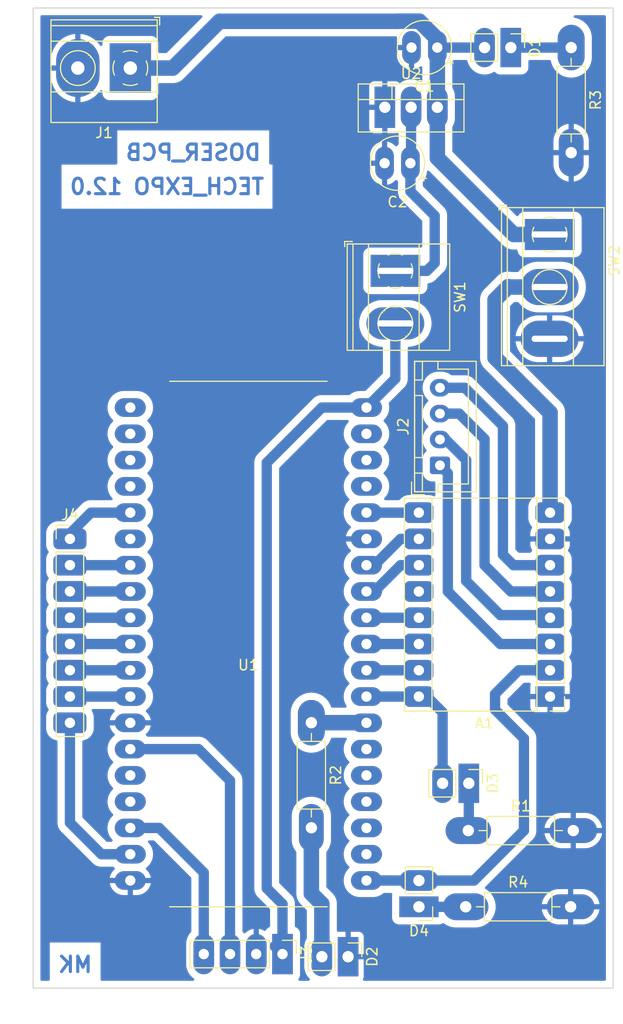
<source format=kicad_pcb>
(kicad_pcb (version 20211014) (generator pcbnew)
  (layers (0 "F.Cu" signal) (31 "B.Cu" signal) (34 "B.Paste" user) (35 "F.Paste" user) (36 "B.SilkS" user "B.Silkscreen") (37 "F.SilkS" user "F.Silkscreen") (38 "B.Mask" user) (39 "F.Mask" user) (44 "Edge.Cuts" user))
  (net 0 "")
  (net 1 "GND")
  (net 2 "+3V3")
  (net 3 "1B")
  (net 4 "1A")
  (net 5 "2A")
  (net 6 "2B")
  (net 7 "+12VA")
  (net 8 "ENABLE")
  (net 9 "MS1")
  (net 10 "MS2")
  (net 12 "RESET")
  (net 13 "SLEEP")
  (net 14 "STEP")
  (net 15 "DIR")
  (net 16 "+12V")
  (net 17 "+5VD")
  (net 18 "+5V")
  (net 19 "Net-(D1-Pad1)")
  (net 20 "STATUS_LED")
  (net 21 "Net-(D3-Pad1)")
  (net 22 "Net-(D4-Pad1)")
  (net 23 "SDA")
  (net 24 "SCL")
  (net 25 "R1")
  (net 26 "R2")
  (net 27 "R3")
  (net 28 "R4")
  (net 29 "C1")
  (net 30 "C2")
  (net 31 "C3")
  (net 32 "C4")
  (net 48 "Net-(R2-Pad2)")
  (footprint "UserLibrary:PinHeader_1x02_P2.54mm_Vertical" (layer "F.Cu") (at 148.59 119.634 -90)
    (fp_text reference "D3" (at 0 -2.33 90) (layer "F.SilkS"))
    (fp_text value "LED")
    (fp_line (start -1.33 0) (end -1.33 -1.33) (layer "F.SilkS") (width 0.12))
    (fp_line (start -1.33 1.27) (end -1.33 3.87) (layer "F.SilkS") (width 0.12))
    (fp_line (start -1.33 1.27) (end 1.33 1.27) (layer "F.SilkS") (width 0.12))
    (fp_line (start 1.33 1.27) (end 1.33 3.87) (layer "F.SilkS") (width 0.12))
    (fp_line (start -1.33 -1.33) (end 0 -1.33) (layer "F.SilkS") (width 0.12))
    (fp_line (start -1.33 3.87) (end 1.33 3.87) (layer "F.SilkS") (width 0.12))
    (pad "1" thru_hole rect (at 0 0 270) (size 3.8 2) (drill 1.1) (layers *.Cu *.Mask) (net 21 "Net-(D3-Pad1)"))
    (pad "2" thru_hole oval (at 0 2.54 270) (size 3.8 2) (drill 1.1) (layers *.Cu *.Mask) (net 15 "DIR"))
  )
  (footprint "UserLibrary:PinHeader_1x02_P2.54mm_Vertical" (layer "F.Cu") (at 136.906 136.398 -90)
    (fp_text reference "D2" (at 0 -2.33 90) (layer "F.SilkS"))
    (fp_text value "LED")
    (fp_line (start -1.33 -1.33) (end 0 -1.33) (layer "F.SilkS") (width 0.12))
    (fp_line (start -1.33 1.27) (end -1.33 3.87) (layer "F.SilkS") (width 0.12))
    (fp_line (start -1.33 0) (end -1.33 -1.33) (layer "F.SilkS") (width 0.12))
    (fp_line (start 1.33 1.27) (end 1.33 3.87) (layer "F.SilkS") (width 0.12))
    (fp_line (start -1.33 3.87) (end 1.33 3.87) (layer "F.SilkS") (width 0.12))
    (fp_line (start -1.33 1.27) (end 1.33 1.27) (layer "F.SilkS") (width 0.12))
    (pad "1" thru_hole rect (at 0 0 270) (size 3.8 2) (drill 1.1) (layers *.Cu *.Mask) (net 1 "GND"))
    (pad "2" thru_hole oval (at 0 2.54 270) (size 3.8 2) (drill 1.1) (layers *.Cu *.Mask) (net 48 "Net-(R2-Pad2)"))
  )
  (footprint "UserLibrary:R_Axial_DIN0207_L6.3mm_D2.5mm_P10.16mm_Horizontal" (layer "F.Cu") (at 133.35 113.776 -90)
    (fp_text reference "R2" (at 5.08 -2.37 90) (layer "F.SilkS"))
    (fp_text value "330")
    (fp_line (start 1.81 1.37) (end 8.35 1.37) (layer "F.SilkS") (width 0.12))
    (fp_line (start 8.35 -1.37) (end 1.81 -1.37) (layer "F.SilkS") (width 0.12))
    (fp_line (start 8.35 1.37) (end 8.35 -1.37) (layer "F.SilkS") (width 0.12))
    (fp_line (start 9.12 0) (end 8.35 0) (layer "F.SilkS") (width 0.12))
    (fp_line (start 1.81 -1.37) (end 1.81 1.37) (layer "F.SilkS") (width 0.12))
    (fp_line (start 1.04 0) (end 1.81 0) (layer "F.SilkS") (width 0.12))
    (pad "1" thru_hole oval (at 0 0 270) (size 4.4 2.6) (drill 1.1) (layers *.Cu *.Mask) (net 20 "STATUS_LED"))
    (pad "2" thru_hole oval (at 10.16 0 270) (size 4.6 2.4) (drill 1.1) (layers *.Cu *.Mask) (net 48 "Net-(R2-Pad2)"))
  )
  (footprint "UserLibrary:PinHeader_1x02_P2.54mm_Vertical" (layer "F.Cu") (at 152.654 48.514 -90)
    (fp_text reference "D1" (at 0 -2.33 90) (layer "F.SilkS"))
    (fp_text value "LED")
    (fp_line (start -1.33 1.27) (end -1.33 3.87) (layer "F.SilkS") (width 0.12))
    (fp_line (start -1.33 -1.33) (end 0 -1.33) (layer "F.SilkS") (width 0.12))
    (fp_line (start -1.33 0) (end -1.33 -1.33) (layer "F.SilkS") (width 0.12))
    (fp_line (start -1.33 1.27) (end 1.33 1.27) (layer "F.SilkS") (width 0.12))
    (fp_line (start 1.33 1.27) (end 1.33 3.87) (layer "F.SilkS") (width 0.12))
    (fp_line (start -1.33 3.87) (end 1.33 3.87) (layer "F.SilkS") (width 0.12))
    (pad "1" thru_hole rect (at 0 0 270) (size 3.8 2) (drill 1.1) (layers *.Cu *.Mask) (net 19 "Net-(D1-Pad1)"))
    (pad "2" thru_hole oval (at 0 2.54 270) (size 3.8 2) (drill 1.1) (layers *.Cu *.Mask) (net 16 "+12V"))
  )
  (footprint "UserLibrary:KCD1-1 switch" (layer "F.Cu") (at 156.413 66.583 -90)
    (fp_text reference "SW2" (at 2.54 -6.26 90) (layer "F.SilkS"))
    (fp_text value "SW_SPDT")
    (fp_line (start 4.046 1.239) (end 4.011 1.274) (layer "F.SilkS") (width 0.12))
    (fp_line (start -2.6 4.1) (end 12.6 4.1) (layer "F.SilkS") (width 0.12))
    (fp_line (start -2.6 4.66) (end 12.68 4.66) (layer "F.SilkS") (width 0.12))
    (fp_line (start 6.355 -1.069) (end 6.308 -1.023) (layer "F.SilkS") (width 0.12))
    (fp_line (start 3.853 1.023) (end 3.806 1.069) (layer "F.SilkS") (width 0.12))
    (fp_line (start -2.6 2.6) (end 12.6 2.6) (layer "F.SilkS") (width 0.12))
    (fp_line (start -2.6 -2.301) (end 12.6 -2.3) (layer "F.SilkS") (width 0.12))
    (fp_line (start -2.6 -5.261) (end 12.68 -5.261) (layer "F.SilkS") (width 0.12))
    (fp_line (start -2.84 4.9) (end -2.34 4.9) (layer "F.SilkS") (width 0.12))
    (fp_line (start -2.6 -5.261) (end -2.6 4.66) (layer "F.SilkS") (width 0.12))
    (fp_line (start 6.15 -1.275) (end 6.115 -1.239) (layer "F.SilkS") (width 0.12))
    (fp_line (start -2.84 4.16) (end -2.84 4.9) (layer "F.SilkS") (width 0.12))
    (fp_line (start 12.68 -5.261) (end 12.68 4.66) (layer "F.SilkS") (width 0.12))
    (fp_arc (start 1.535427 -0.683042) (mid 1.680501 0.000524) (end 1.535 0.684) (layer "F.SilkS") (width 0.12))
    (fp_arc (start -1.535427 0.683042) (mid -1.680501 -0.000524) (end -1.535 -0.684) (layer "F.SilkS") (width 0.12))
    (fp_arc (start 0.683318 1.534756) (mid 0.349292 1.643288) (end 0 1.68) (layer "F.SilkS") (width 0.12))
    (fp_arc (start 0.028805 1.680253) (mid -0.335551 1.646659) (end -0.684 1.535) (layer "F.SilkS") (width 0.12))
    (fp_arc (start -0.683042 -1.535427) (mid 0.000524 -1.680501) (end 0.684 -1.535) (layer "F.SilkS") (width 0.12))
    (fp_circle (center 5.08 0) (end 6.76 0) (layer "F.SilkS") (width 0.12) (fill none))
    (pad "1" thru_hole rect (at 0 0 270) (size 3 4.8) (drill oval 0.6 3.5) (layers *.Cu *.Mask) (net 16 "+12V"))
    (pad "2" thru_hole oval (at 5.08 0 270) (size 3.5 5.6) (drill oval 0.6 3.5) (layers *.Cu *.Mask) (net 7 "+12VA"))
    (pad "3" thru_hole oval (at 10.08 0 270) (size 3.5 5.6) (drill oval 0.6 3.5) (layers *.Cu *.Mask) (net 1 "GND"))
  )
  (footprint "UserLibrary:R_Axial_DIN0207_L6.3mm_D2.5mm_P10.16mm_Horizontal" (layer "F.Cu") (at 148.54 124.206)
    (fp_text reference "R1" (at 5.08 -2.37) (layer "F.SilkS"))
    (fp_text value "330")
    (fp_line (start 8.35 -1.37) (end 1.81 -1.37) (layer "F.SilkS") (width 0.12))
    (fp_line (start 1.81 1.37) (end 8.35 1.37) (layer "F.SilkS") (width 0.12))
    (fp_line (start 9.12 0) (end 8.35 0) (layer "F.SilkS") (width 0.12))
    (fp_line (start 8.35 1.37) (end 8.35 -1.37) (layer "F.SilkS") (width 0.12))
    (fp_line (start 1.04 0) (end 1.81 0) (layer "F.SilkS") (width 0.12))
    (fp_line (start 1.81 -1.37) (end 1.81 1.37) (layer "F.SilkS") (width 0.12))
    (pad "1" thru_hole oval (at 0 0) (size 4.4 2.6) (drill 1.1) (layers *.Cu *.Mask) (net 21 "Net-(D3-Pad1)"))
    (pad "2" thru_hole oval (at 10.16 0) (size 4.6 2.4) (drill 1.1) (layers *.Cu *.Mask) (net 1 "GND"))
  )
  (footprint "UserLibrary:Stepper driver" (layer "F.Cu") (at 156.454 111.252 180)
    (fp_text reference "A1" (at 6.35 -2.54) (layer "F.SilkS"))
    (fp_text value "TMC2208_stepper")
    (fp_line (start 1.27 -1.4) (end 1.27 1.27) (layer "F.SilkS") (width 0.12))
    (fp_line (start 0 -1.4) (end -1.4 -1.4) (layer "F.SilkS") (width 0.12))
    (fp_line (start 14.1 19.18) (end 14.1 -1.4) (layer "F.SilkS") (width 0.12))
    (fp_line (start 14.1 -1.4) (end 1.27 -1.4) (layer "F.SilkS") (width 0.12))
    (fp_line (start -1.4 19.18) (end 14.1 19.18) (layer "F.SilkS") (width 0.12))
    (fp_line (start 1.27 1.27) (end 1.27 19.18) (layer "F.SilkS") (width 0.12))
    (fp_line (start -1.4 -1.4) (end -1.4 0) (layer "F.SilkS") (width 0.12))
    (fp_line (start 1.27 1.27) (end -1.4 1.27) (layer "F.SilkS") (width 0.12))
    (fp_line (start -1.4 1.27) (end -1.4 19.18) (layer "F.SilkS") (width 0.12))
    (fp_line (start 11.43 -1.4) (end 11.43 19.18) (layer "F.SilkS") (width 0.12))
    (pad "1" thru_hole rect (at 0 0 180) (size 2.8 2) (drill 1) (layers *.Cu *.Mask) (net 1 "GND"))
    (pad "2" thru_hole roundrect (at 0 2.54 180) (size 2.8 2) (drill 1) (layers *.Cu *.Mask) (net 2 "+3V3"))
    (pad "3" thru_hole roundrect (at 0 5.08 180) (size 2.8 2) (drill 1) (layers *.Cu *.Mask) (net 3 "1B"))
    (pad "4" thru_hole roundrect (at 0 7.62 180) (size 2.8 2) (drill 1) (layers *.Cu *.Mask) (net 4 "1A"))
    (pad "5" thru_hole roundrect (at 0 10.16 180) (size 2.8 2) (drill 1) (layers *.Cu *.Mask) (net 5 "2A"))
    (pad "6" thru_hole roundrect (at 0 12.7 180) (size 2.8 2) (drill 1) (layers *.Cu *.Mask) (net 6 "2B"))
    (pad "7" thru_hole roundrect (at 0 15.24 180) (size 2.8 2) (drill 1) (layers *.Cu *.Mask) (net 1 "GND"))
    (pad "8" thru_hole roundrect (at 0 17.78 180) (size 2.8 2) (drill 1) (layers *.Cu *.Mask) (net 7 "+12VA"))
    (pad "9" thru_hole roundrect (at 12.7 17.78 180) (size 2.8 2) (drill 1) (layers *.Cu *.Mask) (net 8 "ENABLE"))
    (pad "10" thru_hole roundrect (at 12.7 15.24 180) (size 2.8 2) (drill 1) (layers *.Cu *.Mask) (net 9 "MS1"))
    (pad "11" thru_hole roundrect (at 12.7 12.7 180) (size 2.8 2) (drill 1) (layers *.Cu *.Mask) (net 10 "MS2"))
    (pad "12" thru_hole roundrect (at 12.7 10.16 180) (size 2.8 2) (drill 1) (layers *.Cu *.Mask))
    (pad "13" thru_hole roundrect (at 12.7 7.62 180) (size 2.8 2) (drill 1) (layers *.Cu *.Mask) (net 12 "RESET"))
    (pad "14" thru_hole roundrect (at 12.7 5.08 180) (size 2.8 2) (drill 1) (layers *.Cu *.Mask) (net 13 "SLEEP"))
    (pad "15" thru_hole roundrect (at 12.7 2.54 180) (size 2.8 2) (drill 1) (layers *.Cu *.Mask) (net 14 "STEP"))
    (pad "16" thru_hole roundrect (at 12.7 0 180) (size 2.8 2) (drill 1) (layers *.Cu *.Mask) (net 15 "DIR"))
  )
  (footprint "UserLibrary:CP_Radial_D5.0mm_P2.50mm" (layer "F.Cu") (at 145.542 48.514 180)
    (fp_text reference "C1" (at 1.25 -3.75) (layer "F.SilkS"))
    (fp_text value "10uF")
    (fp_line (start -1.304775 -1.725) (end -1.304775 -1.225) (layer "F.SilkS") (width 0.12))
    (fp_line (start -1.554775 -1.475) (end -1.054775 -1.475) (layer "F.SilkS") (width 0.12))
    (fp_circle (center 1.25 0) (end 3.87 0) (layer "F.SilkS") (width 0.12) (fill none))
    (pad "1" thru_hole oval (at 0 0 180) (size 1.8 3.2) (drill 1) (layers *.Cu *.Mask) (net 16 "+12V"))
    (pad "2" thru_hole oval (at 2.5 0 180) (size 1.8 3.2) (drill 1) (layers *.Cu *.Mask) (net 1 "GND"))
  )
  (footprint "UserLibrary:CP_Radial_D5.0mm_P2.50mm" (layer "F.Cu") (at 142.937113 59.69 180)
    (fp_text reference "C2" (at 1.25 -3.75) (layer "F.SilkS"))
    (fp_text value "10uF")
    (fp_line (start -1.304775 -1.725) (end -1.304775 -1.225) (layer "F.SilkS") (width 0.12))
    (fp_line (start -1.554775 -1.475) (end -1.054775 -1.475) (layer "F.SilkS") (width 0.12))
    (fp_circle (center 1.25 0) (end 3.87 0) (layer "F.SilkS") (width 0.12) (fill none))
    (pad "1" thru_hole oval (at 0 0 180) (size 1.8 3.2) (drill 1) (layers *.Cu *.Mask) (net 17 "+5VD"))
    (pad "2" thru_hole oval (at 2.5 0 180) (size 1.8 3.2) (drill 1) (layers *.Cu *.Mask) (net 1 "GND"))
  )
  (footprint "UserLibrary:R_Axial_DIN0207_L6.3mm_D2.5mm_P10.16mm_Horizontal" (layer "F.Cu") (at 158.496 48.514 -90)
    (fp_text reference "R3" (at 5.08 -2.37 90) (layer "F.SilkS"))
    (fp_text value "330")
    (fp_line (start 1.81 1.37) (end 8.35 1.37) (layer "F.SilkS") (width 0.12))
    (fp_line (start 8.35 -1.37) (end 1.81 -1.37) (layer "F.SilkS") (width 0.12))
    (fp_line (start 1.81 -1.37) (end 1.81 1.37) (layer "F.SilkS") (width 0.12))
    (fp_line (start 1.04 0) (end 1.81 0) (layer "F.SilkS") (width 0.12))
    (fp_line (start 9.12 0) (end 8.35 0) (layer "F.SilkS") (width 0.12))
    (fp_line (start 8.35 1.37) (end 8.35 -1.37) (layer "F.SilkS") (width 0.12))
    (pad "1" thru_hole oval (at 0 0 270) (size 4.4 2.6) (drill 1.1) (layers *.Cu *.Mask) (net 19 "Net-(D1-Pad1)"))
    (pad "2" thru_hole oval (at 10.16 0 270) (size 4.6 2.4) (drill 1.1) (layers *.Cu *.Mask) (net 1 "GND"))
  )
  (footprint "Connector_JST:JST_XH_B4B-XH-A_1x04_P2.50mm_Vertical" (layer "F.Cu") (at 145.796 88.9 90)
    (fp_text reference "J2" (at 3.75 -3.55 90) (layer "F.SilkS"))
    (fp_text value "Conn_01x04_Male")
    (fp_line (start -1.6 -2.75) (end -2.85 -2.75) (layer "F.SilkS") (width 0.12))
    (fp_line (start 10.06 -2.46) (end -2.56 -2.46) (layer "F.SilkS") (width 0.12))
    (fp_line (start -2.55 -1.7) (end -0.75 -1.7) (layer "F.SilkS") (width 0.12))
    (fp_line (start 9.3 -0.2) (end 9.3 2.75) (layer "F.SilkS") (width 0.12))
    (fp_line (start 0.75 -2.45) (end 0.75 -1.7) (layer "F.SilkS") (width 0.12))
    (fp_line (start 6.75 -1.7) (end 6.75 -2.45) (layer "F.SilkS") (width 0.12))
    (fp_line (start -2.55 -0.2) (end -1.8 -0.2) (layer "F.SilkS") (width 0.12))
    (fp_line (start -1.8 2.75) (end 3.75 2.75) (layer "F.SilkS") (width 0.12))
    (fp_line (start -2.85 -2.75) (end -2.85 -1.5) (layer "F.SilkS") (width 0.12))
    (fp_line (start 8.25 -1.7) (end 10.05 -1.7) (layer "F.SilkS") (width 0.12))
    (fp_line (start -2.55 -2.45) (end -2.55 -1.7) (layer "F.SilkS") (width 0.12))
    (fp_line (start -2.56 -2.46) (end -2.56 3.51) (layer "F.SilkS") (width 0.12))
    (fp_line (start -2.56 3.51) (end 10.06 3.51) (layer "F.SilkS") (width 0.12))
    (fp_line (start 9.3 2.75) (end 3.75 2.75) (layer "F.SilkS") (width 0.12))
    (fp_line (start -0.75 -1.7) (end -0.75 -2.45) (layer "F.SilkS") (width 0.12))
    (fp_line (start 10.05 -1.7) (end 10.05 -2.45) (layer "F.SilkS") (width 0.12))
    (fp_line (start -1.8 -0.2) (end -1.8 2.75) (layer "F.SilkS") (width 0.12))
    (fp_line (start 0.75 -1.7) (end 6.75 -1.7) (layer "F.SilkS") (width 0.12))
    (fp_line (start 10.06 3.51) (end 10.06 -2.46) (layer "F.SilkS") (width 0.12))
    (fp_line (start -0.75 -2.45) (end -2.55 -2.45) (layer "F.SilkS") (width 0.12))
    (fp_line (start 10.05 -2.45) (end 8.25 -2.45) (layer "F.SilkS") (width 0.12))
    (fp_line (start 8.25 -2.45) (end 8.25 -1.7) (layer "F.SilkS") (width 0.12))
    (fp_line (start 10.05 -0.2) (end 9.3 -0.2) (layer "F.SilkS") (width 0.12))
    (fp_line (start 6.75 -2.45) (end 0.75 -2.45) (layer "F.SilkS") (width 0.12))
    (pad "1" thru_hole roundrect (at 0 0 90) (size 1.7 1.95) (drill 0.95) (layers *.Cu *.Mask) (roundrect_rratio 0.147059) (net 3 "1B"))
    (pad "2" thru_hole oval (at 2.5 0 90) (size 1.7 1.95) (drill 0.95) (layers *.Cu *.Mask) (net 4 "1A"))
    (pad "3" thru_hole oval (at 5 0 90) (size 1.7 1.95) (drill 0.95) (layers *.Cu *.Mask) (net 5 "2A"))
    (pad "4" thru_hole oval (at 7.5 0 90) (size 1.7 1.95) (drill 0.95) (layers *.Cu *.Mask) (net 6 "2B"))
  )
  (footprint "UserLibrary:R_Axial_DIN0207_L6.3mm_D2.5mm_P10.16mm_Horizontal" (layer "F.Cu") (at 148.286 131.572)
    (fp_text reference "R4" (at 5.08 -2.37) (layer "F.SilkS"))
    (fp_text value "330")
    (fp_line (start 8.35 -1.37) (end 1.81 -1.37) (layer "F.SilkS") (width 0.12))
    (fp_line (start 1.81 -1.37) (end 1.81 1.37) (layer "F.SilkS") (width 0.12))
    (fp_line (start 9.12 0) (end 8.35 0) (layer "F.SilkS") (width 0.12))
    (fp_line (start 1.81 1.37) (end 8.35 1.37) (layer "F.SilkS") (width 0.12))
    (fp_line (start 8.35 1.37) (end 8.35 -1.37) (layer "F.SilkS") (width 0.12))
    (fp_line (start 1.04 0) (end 1.81 0) (layer "F.SilkS") (width 0.12))
    (pad "1" thru_hole oval (at 0 0) (size 4.4 2.6) (drill 1.1) (layers *.Cu *.Mask) (net 22 "Net-(D4-Pad1)"))
    (pad "2" thru_hole oval (at 10.16 0) (size 4.6 2.4) (drill 1.1) (layers *.Cu *.Mask) (net 1 "GND"))
  )
  (footprint "UserLibrary:PinHeader_1x04_P2.54mm_Vertical" (layer "F.Cu") (at 130.556 136.144 -90)
    (fp_text reference "J3" (at 0 -2.33 90) (layer "F.SilkS"))
    (fp_text value "Conn_01x04_Male")
    (fp_line (start -1.33 -1.33) (end 0 -1.33) (layer "F.SilkS") (width 0.12))
    (fp_line (start -1.33 1.27) (end -1.33 8.95) (layer "F.SilkS") (width 0.12))
    (fp_line (start -1.33 8.95) (end 1.33 8.95) (layer "F.SilkS") (width 0.12))
    (fp_line (start 1.33 1.27) (end 1.33 8.95) (layer "F.SilkS") (width 0.12))
    (fp_line (start -1.33 0) (end -1.33 -1.33) (layer "F.SilkS") (width 0.12))
    (fp_line (start -1.33 1.27) (end 1.33 1.27) (layer "F.SilkS") (width 0.12))
    (pad "1" thru_hole rect (at 0 0 270) (size 3.9 2) (drill 1) (layers *.Cu *.Mask) (net 18 "+5V"))
    (pad "2" thru_hole oval (at 0 2.54 270) (size 3.9 2) (drill 1) (layers *.Cu *.Mask) (net 1 "GND"))
    (pad "3" thru_hole oval (at 0 5.08 270) (size 3.9 2) (drill 1) (layers *.Cu *.Mask) (net 23 "SDA"))
    (pad "4" thru_hole oval (at 0 7.62 270) (size 3.9 2) (drill 1) (layers *.Cu *.Mask) (net 24 "SCL"))
  )
  (footprint "UserLibrary:ESP32-S" (layer "F.Cu") (at 127.254 106.172)
    (fp_text reference "U1" (at 0 2.04 unlocked) (layer "F.SilkS"))
    (fp_text value "ESP32-S")
    (fp_line (start -7.62 -25.4) (end 7.62 -25.4) (layer "F.SilkS") (width 0.12))
    (fp_line (start -7.62 25.4) (end 7.62 25.4) (layer "F.SilkS") (width 0.12))
    (pad "1" thru_hole oval (at -11.43 -22.86) (size 3 1.8) (drill 1) (layers *.Cu *.Mask))
    (pad "2" thru_hole oval (at -11.43 -20.32) (size 3 1.8) (drill 1) (layers *.Cu *.Mask))
    (pad "3" thru_hole oval (at -11.43 -17.78) (size 3 1.8) (drill 1) (layers *.Cu *.Mask))
    (pad "4" thru_hole oval (at -11.43 -15.24) (size 3 1.8) (drill 1) (layers *.Cu *.Mask))
    (pad "5" thru_hole oval (at -11.43 -12.7) (size 3 1.8) (drill 1) (layers *.Cu *.Mask) (net 25 "R1"))
    (pad "6" thru_hole oval (at -11.43 -10.16) (size 3 1.8) (drill 1) (layers *.Cu *.Mask))
    (pad "7" thru_hole oval (at -11.43 -7.62) (size 3 1.8) (drill 1) (layers *.Cu *.Mask) (net 26 "R2"))
    (pad "8" thru_hole oval (at -11.43 -5.08) (size 3 1.8) (drill 1) (layers *.Cu *.Mask) (net 27 "R3"))
    (pad "9" thru_hole oval (at -11.43 -2.54) (size 3 1.8) (drill 1) (layers *.Cu *.Mask) (net 28 "R4"))
    (pad "10" thru_hole oval (at -11.43 0) (size 3 1.8) (drill 1) (layers *.Cu *.Mask) (net 29 "C1"))
    (pad "11" thru_hole oval (at -11.43 2.54) (size 3 1.8) (drill 1) (layers *.Cu *.Mask) (net 30 "C2"))
    (pad "12" thru_hole oval (at -11.43 5.08) (size 3 1.8) (drill 1) (layers *.Cu *.Mask) (net 31 "C3"))
    (pad "13" thru_hole oval (at -11.43 7.62) (size 3 1.8) (drill 1) (layers *.Cu *.Mask) (net 1 "GND"))
    (pad "14" thru_hole oval (at -11.43 10.16) (size 3 1.8) (drill 1) (layers *.Cu *.Mask) (net 23 "SDA"))
    (pad "15" thru_hole oval (at -11.43 12.7) (size 3 1.8) (drill 1) (layers *.Cu *.Mask))
    (pad "16" thru_hole oval (at -11.43 15.24) (size 3 1.8) (drill 1) (layers *.Cu *.Mask))
    (pad "17" thru_hole oval (at -11.43 17.78) (size 3 1.8) (drill 1) (layers *.Cu *.Mask) (net 24 "SCL"))
    (pad "18" thru_hole oval (at -11.43 20.32) (size 3 1.8) (drill 1) (layers *.Cu *.Mask) (net 32 "C4"))
    (pad "19" thru_hole oval (at -11.43 22.86) (size 3 1.8) (drill 1) (layers *.Cu *.Mask) (net 1 "GND"))
    (pad "20" thru_hole oval (at 11.43 22.86) (size 3 1.8) (drill 1) (layers *.Cu *.Mask) (net 2 "+3V3"))
    (pad "21" thru_hole oval (at 11.43 20.32) (size 3 1.8) (drill 1) (layers *.Cu *.Mask))
    (pad "22" thru_hole oval (at 11.43 17.78) (size 3 1.8) (drill 1) (layers *.Cu *.Mask))
    (pad "23" thru_hole oval (at 11.43 15.24) (size 3 1.8) (drill 1) (layers *.Cu *.Mask))
    (pad "24" thru_hole oval (at 11.43 12.7) (size 3 1.8) (drill 1) (layers *.Cu *.Mask))
    (pad "25" thru_hole oval (at 11.43 10.16) (size 3 1.8) (drill 1) (layers *.Cu *.Mask))
    (pad "26" thru_hole oval (at 11.43 7.62) (size 3 1.8) (drill 1) (layers *.Cu *.Mask) (net 20 "STATUS_LED"))
    (pad "27" thru_hole oval (at 11.43 5.08) (size 3 1.8) (drill 1) (layers *.Cu *.Mask) (net 15 "DIR"))
    (pad "28" thru_hole oval (at 11.43 2.54) (size 3 1.8) (drill 1) (layers *.Cu *.Mask) (net 14 "STEP"))
    (pad "29" thru_hole oval (at 11.43 0) (size 3 1.8) (drill 1) (layers *.Cu *.Mask) (net 13 "SLEEP"))
    (pad "30" thru_hole oval (at 11.43 -2.54) (size 3 1.8) (drill 1) (layers *.Cu *.Mask) (net 12 "RESET"))
    (pad "31" thru_hole oval (at 11.43 -5.08) (size 3 1.8) (drill 1) (layers *.Cu *.Mask) (net 10 "MS2"))
    (pad "32" thru_hole oval (at 11.43 -7.62) (size 3 1.8) (drill 1) (layers *.Cu *.Mask) (net 9 "MS1"))
    (pad "33" thru_hole oval (at 11.43 -10.16) (size 3 1.8) (drill 1) (layers *.Cu *.Mask) (net 1 "GND"))
    (pad "34" thru_hole oval (at 11.43 -12.7) (size 3 1.8) (drill 1) (layers *.Cu *.Mask) (net 8 "ENABLE"))
    (pad "35" thru_hole oval (at 11.43 -15.24) (size 3 1.8) (drill 1) (layers *.Cu *.Mask))
    (pad "36" thru_hole oval (at 11.43 -17.78) (size 3 1.8) (drill 1) (layers *.Cu *.Mask))
    (pad "37" thru_hole oval (at 11.43 -20.32) (size 3 1.8) (drill 1) (layers *.Cu *.Mask))
    (pad "38" thru_hole oval (at 11.43 -22.86) (size 3 1.8) (drill 1) (layers *.Cu *.Mask) (net 18 "+5V"))
  )
  (footprint "UserLibrary:PinHeader_1x08_P2.54mm_Vertical" (layer "F.Cu") (at 109.982 96.007)
    (fp_text reference "J4" (at 0 -2.33) (layer "F.SilkS"))
    (fp_text value "Conn_01x08_Male")
    (fp_line (start 1.33 1.27) (end 1.33 19.11) (layer "F.SilkS") (width 0.12))
    (fp_line (start -1.33 0) (end -1.33 -1.33) (layer "F.SilkS") (width 0.12))
    (fp_line (start -1.33 19.11) (end 1.33 19.11) (layer "F.SilkS") (width 0.12))
    (fp_line (start -1.33 1.27) (end 1.33 1.27) (layer "F.SilkS") (width 0.12))
    (fp_line (start -1.33 -1.33) (end 0 -1.33) (layer "F.SilkS") (width 0.12))
    (fp_line (start -1.33 1.27) (end -1.33 19.11) (layer "F.SilkS") (width 0.12))
    (pad "1" thru_hole roundrect (at 0 0) (size 3.2 2) (drill 1) (layers *.Cu *.Mask) (net 25 "R1"))
    (pad "2" thru_hole roundrect (at 0 2.54) (size 3.2 2) (drill 1) (layers *.Cu *.Mask) (net 26 "R2"))
    (pad "3" thru_hole roundrect (at 0 5.08) (size 3.2 2) (drill 1) (layers *.Cu *.Mask) (net 27 "R3"))
    (pad "4" thru_hole roundrect (at 0 7.62) (size 3.2 2) (drill 1) (layers *.Cu *.Mask) (net 28 "R4"))
    (pad "5" thru_hole roundrect (at 0 10.16) (size 3.2 2) (drill 1) (layers *.Cu *.Mask) (net 29 "C1"))
    (pad "6" thru_hole roundrect (at 0 12.7) (size 3.2 2) (drill 1) (layers *.Cu *.Mask) (net 30 "C2"))
    (pad "7" thru_hole roundrect (at 0 15.24) (size 3.2 2) (drill 1) (layers *.Cu *.Mask) (net 31 "C3"))
    (pad "8" thru_hole roundrect (at 0 17.78) (size 3.2 2) (drill 1) (layers *.Cu *.Mask) (net 32 "C4"))
  )
  (footprint "UserLibrary:KCD1 switch" (layer "F.Cu") (at 141.478 70.099 -90)
    (fp_text reference "SW1" (at 2.54 -6.26 90) (layer "F.SilkS"))
    (fp_text value "SW_SPST")
    (fp_line (start -2.6 -5.261) (end -2.6 4.66) (layer "F.SilkS") (width 0.12))
    (fp_line (start 4.046 1.239) (end 4.011 1.274) (layer "F.SilkS") (width 0.12))
    (fp_line (start -2.84 4.9) (end -2.34 4.9) (layer "F.SilkS") (width 0.12))
    (fp_line (start 7.68 -5.261) (end 7.68 4.66) (layer "F.SilkS") (width 0.12))
    (fp_line (start -2.84 4.16) (end -2.84 4.9) (layer "F.SilkS") (width 0.12))
    (fp_line (start -2.6 -2.301) (end 7.68 -2.301) (layer "F.SilkS") (width 0.12))
    (fp_line (start -2.6 4.66) (end 7.68 4.66) (layer "F.SilkS") (width 0.12))
    (fp_line (start 3.853 1.023) (end 3.806 1.069) (layer "F.SilkS") (width 0.12))
    (fp_line (start -2.6 2.6) (end 7.68 2.6) (layer "F.SilkS") (width 0.12))
    (fp_line (start 6.15 -1.275) (end 6.115 -1.239) (layer "F.SilkS") (width 0.12))
    (fp_line (start 6.355 -1.069) (end 6.308 -1.023) (layer "F.SilkS") (width 0.12))
    (fp_line (start -2.6 -5.261) (end 7.68 -5.261) (layer "F.SilkS") (width 0.12))
    (fp_line (start -2.6 4.1) (end 7.68 4.1) (layer "F.SilkS") (width 0.12))
    (fp_arc (start 1.535427 -0.683042) (mid 1.680501 0.000524) (end 1.535 0.684) (layer "F.SilkS") (width 0.12))
    (fp_arc (start -0.683042 -1.535427) (mid 0.000524 -1.680501) (end 0.684 -1.535) (layer "F.SilkS") (width 0.12))
    (fp_arc (start 0.683318 1.534756) (mid 0.349292 1.643288) (end 0 1.68) (layer "F.SilkS") (width 0.12))
    (fp_arc (start 0.028805 1.680253) (mid -0.335551 1.646659) (end -0.684 1.535) (layer "F.SilkS") (width 0.12))
    (fp_arc (start -1.535427 0.683042) (mid -1.680501 -0.000524) (end -1.535 -0.684) (layer "F.SilkS") (width 0.12))
    (fp_circle (center 5.08 0) (end 6.76 0) (layer "F.SilkS") (width 0.12) (fill none))
    (pad "1" thru_hole rect (at 0 0 270) (size 3.1 4.8) (drill oval 0.6 3.5) (layers *.Cu *.Mask) (net 17 "+5VD"))
    (pad "2" thru_hole oval (at 5.08 0 270) (size 3.1 5.6) (drill oval 0.6 3.5) (layers *.Cu *.Mask) (net 18 "+5V"))
  )
  (footprint "UserLibrary:TerminalBlock_Phoenix_MKDS-1,5-2-5.08_1x02_P5.08mm_Horizontal" (layer "F.Cu") (at 115.829 50.495 180)
    (fp_text reference "J1" (at 2.54 -6.26) (layer "F.SilkS"))
    (fp_text value "Screw_Terminal_01x02")
    (fp_line (start -2.84 4.16) (end -2.84 4.9) (layer "F.SilkS") (width 0.12))
    (fp_line (start 7.68 -5.261) (end 7.68 4.66) (layer "F.SilkS") (width 0.12))
    (fp_line (start -2.6 -5.261) (end 7.68 -5.261) (layer "F.SilkS") (width 0.12))
    (fp_line (start -2.6 4.1) (end 7.68 4.1) (layer "F.SilkS") (width 0.12))
    (fp_line (start 3.853 1.023) (end 3.806 1.069) (layer "F.SilkS") (width 0.12))
    (fp_line (start 4.046 1.239) (end 4.011 1.274) (layer "F.SilkS") (width 0.12))
    (fp_line (start 6.355 -1.069) (end 6.308 -1.023) (layer "F.SilkS") (width 0.12))
    (fp_line (start -2.6 -2.301) (end 7.68 -2.301) (layer "F.SilkS") (width 0.12))
    (fp_line (start -2.84 4.9) (end -2.34 4.9) (layer "F.SilkS") (width 0.12))
    (fp_line (start -2.6 -5.261) (end -2.6 4.66) (layer "F.SilkS") (width 0.12))
    (fp_line (start -2.6 2.6) (end 7.68 2.6) (layer "F.SilkS") (width 0.12))
    (fp_line (start 6.15 -1.275) (end 6.115 -1.239) (layer "F.SilkS") (width 0.12))
    (fp_line (start -2.6 4.66) (end 7.68 4.66) (layer "F.SilkS") (width 0.12))
    (fp_arc (start -1.535427 0.683042) (mid -1.680501 -0.000524) (end -1.535 -0.684) (layer "F.SilkS") (width 0.12))
    (fp_arc (start 0.683318 1.534756) (mid 0.349292 1.643288) (end 0 1.68) (layer "F.SilkS") (width 0.12))
    (fp_arc (start -0.683042 -1.535427) (mid 0.000524 -1.680501) (end 0.684 -1.535) (layer "F.SilkS") (width 0.12))
    (fp_arc (start 1.535427 -0.683042) (mid 1.680501 0.000524) (end 1.535 0.684) (layer "F.SilkS") (width 0.12))
    (fp_arc (start 0.028805 1.680253) (mid -0.335551 1.646659) (end -0.684 1.535) (layer "F.SilkS") (width 0.12))
    (fp_circle (center 5.08 0) (end 6.76 0) (layer "F.SilkS") (width 0.12) (fill none))
    (pad "1" thru_hole rect (at 0 0 180) (size 4 4.8) (drill 1.3) (layers *.Cu *.Mask) (net 16 "+12V"))
    (pad "2" thru_hole oval (at 5.08 0 180) (size 4.2 5.6) (drill 1.3) (layers *.Cu *.Mask) (net 1 "GND"))
  )
  (footprint "UserLibrary:TO-220-3_Vertical" (layer "F.Cu") (at 140.462 55.301)
    (fp_text reference "U2" (at 2.54 -4.27) (layer "F.SilkS"))
    (fp_text value "LM1084-5.0")
    (fp_line (start 4.391 -3.27) (end 4.391 -1.76) (layer "F.SilkS") (width 0.12))
    (fp_line (start -2.58 1.371) (end 7.66 1.371) (layer "F.SilkS") (width 0.12))
    (fp_line (start 0.69 -3.27) (end 0.69 -1.76) (layer "F.SilkS") (width 0.12))
    (fp_line (start -2.58 -3.27) (end -2.58 1.371) (layer "F.SilkS") (width 0.12))
    (fp_line (start 7.66 -3.27) (end 7.66 1.371) (layer "F.SilkS") (width 0.12))
    (fp_line (start -2.58 -3.27) (end 7.66 -3.27) (layer "F.SilkS") (width 0.12))
    (fp_line (start -2.58 -1.76) (end 7.66 -1.76) (layer "F.SilkS") (width 0.12))
    (pad "1" thru_hole rect (at 0 -1.016) (size 2 4) (drill 1.1) (layers *.Cu *.Mask) (net 1 "GND"))
    (pad "2" thru_hole oval (at 2.54 -1.016) (size 2 4) (drill 1.1) (layers *.Cu *.Mask) (net 17 "+5VD"))
    (pad "3" thru_hole oval (at 5.08 -1.016) (size 2 4) (drill 1.1) (layers *.Cu *.Mask) (net 16 "+12V"))
  )
  (footprint "UserLibrary:PinHeader_1x02_P2.54mm_Vertical" (layer "F.Cu") (at 143.764 131.577 180)
    (fp_text reference "D4" (at 0 -2.33) (layer "F.SilkS"))
    (fp_text value "LED")
    (fp_line (start 1.33 1.27) (end 1.33 3.87) (layer "F.SilkS") (width 0.12))
    (fp_line (start -1.33 3.87) (end 1.33 3.87) (layer "F.SilkS") (width 0.12))
    (fp_line (start -1.33 1.27) (end 1.33 1.27) (layer "F.SilkS") (width 0.12))
    (fp_line (start -1.33 0) (end -1.33 -1.33) (layer "F.SilkS") (width 0.12))
    (fp_line (start -1.33 -1.33) (end 0 -1.33) (layer "F.SilkS") (width 0.12))
    (fp_line (start -1.33 1.27) (end -1.33 3.87) (layer "F.SilkS") (width 0.12))
    (pad "1" thru_hole rect (at 0 0 180) (size 3.8 2) (drill 1.1) (layers *.Cu *.Mask) (net 22 "Net-(D4-Pad1)"))
    (pad "2" thru_hole oval (at 0 2.54 180) (size 3.8 2) (drill 1.1) (layers *.Cu *.Mask) (net 2 "+3V3"))
  )
  (gr_rect (start 106.426 44.688) (end 162.56 139.43) (layer "Edge.Cuts") (width 0.1) (fill none))
  (gr_text "TECH_EXPO 12.0" (at 119.38 61.96) (layer "B.Cu") (effects (font (size 1.5 1.5) (thickness 0.3)) (justify mirror)))
  (gr_text "DOSER_PCB" (at 121.92 58.658) (layer "B.Cu") (effects (font (size 1.5 1.5) (thickness 0.3)) (justify mirror)))
  (gr_text "MK" (at 110.49 137.16) (layer "B.Cu") (effects (font (size 1.5 1.5) (thickness 0.3)) (justify mirror)))
  (segment (start 143.764 129.037) (end 149.093 129.037) (width 1) (layer "B.Cu") (net 2))
  (segment (start 138.684 129.032) (end 143.759 129.032) (width 1) (layer "B.Cu") (net 2))
  (segment (start 151.13 112.522) (end 151.13 110.998) (width 1) (layer "B.Cu") (net 2))
  (segment (start 149.093 129.037) (end 153.924 124.206) (width 1) (layer "B.Cu") (net 2))
  (segment (start 151.13 110.998) (end 153.416 108.712) (width 1) (layer "B.Cu") (net 2))
  (segment (start 143.759 129.032) (end 143.764 129.037) (width 1) (layer "B.Cu") (net 2))
  (segment (start 153.924 115.316) (end 151.13 112.522) (width 1) (layer "B.Cu") (net 2))
  (segment (start 153.416 108.712) (end 156.454 108.712) (width 1) (layer "B.Cu") (net 2))
  (segment (start 153.924 124.206) (end 153.924 115.316) (width 1) (layer "B.Cu") (net 2))
  (segment (start 151.638 106.172) (end 156.454 106.172) (width 1) (layer "B.Cu") (net 3))
  (segment (start 145.796 88.9) (end 146.558 89.662) (width 1) (layer "B.Cu") (net 3))
  (segment (start 146.558 89.662) (end 146.558 101.092) (width 1) (layer "B.Cu") (net 3))
  (segment (start 146.558 101.092) (end 151.638 106.172) (width 1) (layer "B.Cu") (net 3))
  (segment (start 146.344 86.4) (end 148.336 88.392) (width 1) (layer "B.Cu") (net 4))
  (segment (start 156.2 103.378) (end 156.454 103.632) (width 1) (layer "B.Cu") (net 4))
  (segment (start 148.336 88.392) (end 148.336 100.076) (width 1) (layer "B.Cu") (net 4))
  (segment (start 145.796 86.4) (end 146.344 86.4) (width 1) (layer "B.Cu") (net 4))
  (segment (start 148.336 100.076) (end 151.638 103.378) (width 1) (layer "B.Cu") (net 4))
  (segment (start 151.638 103.378) (end 156.2 103.378) (width 1) (layer "B.Cu") (net 4))
  (segment (start 152.654 101.092) (end 156.454 101.092) (width 1) (layer "B.Cu") (net 5))
  (segment (start 150.114 86.36) (end 150.114 98.552) (width 1) (layer "B.Cu") (net 5))
  (segment (start 150.114 98.552) (end 152.654 101.092) (width 1) (layer "B.Cu") (net 5))
  (segment (start 145.796 83.9) (end 147.654 83.9) (width 1) (layer "B.Cu") (net 5))
  (segment (start 147.654 83.9) (end 150.114 86.36) (width 1) (layer "B.Cu") (net 5))
  (segment (start 148.202 81.4) (end 151.892 85.09) (width 1) (layer "B.Cu") (net 6))
  (segment (start 152.908 98.552) (end 156.454 98.552) (width 1) (layer "B.Cu") (net 6))
  (segment (start 151.892 97.536) (end 152.908 98.552) (width 1) (layer "B.Cu") (net 6))
  (segment (start 145.796 81.4) (end 148.202 81.4) (width 1) (layer "B.Cu") (net 6))
  (segment (start 151.892 85.09) (end 151.892 97.536) (width 1) (layer "B.Cu") (net 6))
  (segment (start 156.454 93.472) (end 156.454 83.81) (width 1.5) (layer "B.Cu") (net 7))
  (segment (start 152.435 71.663) (end 156.413 71.663) (width 1.5) (layer "B.Cu") (net 7))
  (segment (start 156.454 83.81) (end 151.13 78.486) (width 1.5) (layer "B.Cu") (net 7))
  (segment (start 151.13 72.898) (end 152.4 71.628) (width 1.5) (layer "B.Cu") (net 7))
  (segment (start 151.13 78.486) (end 151.13 72.898) (width 1.5) (layer "B.Cu") (net 7))
  (segment (start 152.4 71.628) (end 152.435 71.663) (width 1.5) (layer "B.Cu") (net 7))
  (segment (start 138.684 93.472) (end 143.754 93.472) (width 1) (layer "B.Cu") (net 8))
  (segment (start 141.986 96.012) (end 143.754 96.012) (width 1) (layer "B.Cu") (net 9))
  (segment (start 139.446 98.552) (end 141.986 96.012) (width 1) (layer "B.Cu") (net 9))
  (segment (start 138.684 98.552) (end 139.446 98.552) (width 1) (layer "B.Cu") (net 9))
  (segment (start 138.684 101.092) (end 139.446 101.092) (width 1) (layer "B.Cu") (net 10))
  (segment (start 141.986 98.552) (end 143.754 98.552) (width 1) (layer "B.Cu") (net 10))
  (segment (start 139.446 101.092) (end 141.986 98.552) (width 1) (layer "B.Cu") (net 10))
  (segment (start 138.684 103.632) (end 143.754 103.632) (width 1) (layer "B.Cu") (net 12))
  (segment (start 138.684 106.172) (end 143.754 106.172) (width 1) (layer "B.Cu") (net 13))
  (segment (start 138.684 108.712) (end 143.754 108.712) (width 1) (layer "B.Cu") (net 14))
  (segment (start 146.05 112.776) (end 146.05 119.634) (width 1) (layer "B.Cu") (net 15))
  (segment (start 144.526 111.252) (end 146.05 112.776) (width 1) (layer "B.Cu") (net 15))
  (segment (start 138.684 111.252) (end 143.754 111.252) (width 1) (layer "B.Cu") (net 15))
  (segment (start 143.754 111.252) (end 144.526 111.252) (width 1) (layer "B.Cu") (net 15))
  (segment (start 145.542 59.182) (end 152.943 66.583) (width 1.5) (layer "B.Cu") (net 16))
  (segment (start 150.114 48.514) (end 145.542 48.514) (width 1) (layer "B.Cu") (net 16))
  (segment (start 145.542 54.285) (end 145.542 48.514) (width 1.5) (layer "B.Cu") (net 16))
  (segment (start 141.742 45.964) (end 143.808295 45.964) (width 1.5) (layer "B.Cu") (net 16))
  (segment (start 143.808295 45.964) (end 145.542 47.697705) (width 1.5) (layer "B.Cu") (net 16))
  (segment (start 115.829 50.495) (end 119.939 50.495) (width 1.5) (layer "B.Cu") (net 16))
  (segment (start 119.939 50.495) (end 124.46 45.974) (width 1.5) (layer "B.Cu") (net 16))
  (segment (start 141.732 45.974) (end 141.742 45.964) (width 1.5) (layer "B.Cu") (net 16))
  (segment (start 124.46 45.974) (end 141.732 45.974) (width 1.5) (layer "B.Cu") (net 16))
  (segment (start 152.943 66.583) (end 156.413 66.583) (width 1.5) (layer "B.Cu") (net 16))
  (segment (start 145.542 47.697705) (end 145.542 48.514) (width 1.5) (layer "B.Cu") (net 16))
  (segment (start 145.542 54.285) (end 145.542 59.182) (width 1.5) (layer "B.Cu") (net 16))
  (segment (start 142.937113 62.419113) (end 145.288 64.77) (width 1) (layer "B.Cu") (net 17))
  (segment (start 143.002 59.625113) (end 142.937113 59.69) (width 1) (layer "B.Cu") (net 17))
  (segment (start 143.002 54.285) (end 143.002 59.625113) (width 1) (layer "B.Cu") (net 17))
  (segment (start 145.288 69.342) (end 144.531 70.099) (width 1) (layer "B.Cu") (net 17))
  (segment (start 142.937113 59.69) (end 142.937113 62.419113) (width 1) (layer "B.Cu") (net 17))
  (segment (start 144.531 70.099) (end 141.478 70.099) (width 1) (layer "B.Cu") (net 17))
  (segment (start 145.288 64.77) (end 145.288 69.342) (width 1) (layer "B.Cu") (net 17))
  (segment (start 134.366 83.312) (end 138.684 83.312) (width 1) (layer "B.Cu") (net 18))
  (segment (start 141.478 80.518) (end 141.478 75.179) (width 1) (layer "B.Cu") (net 18))
  (segment (start 130.556 131.302) (end 129.032 129.778) (width 1) (layer "B.Cu") (net 18))
  (segment (start 130.556 136.144) (end 130.556 131.302) (width 1) (layer "B.Cu") (net 18))
  (segment (start 138.684 83.312) (end 141.478 80.518) (width 1) (layer "B.Cu") (net 18))
  (segment (start 129.032 129.778) (end 129.032 88.646) (width 1) (layer "B.Cu") (net 18))
  (segment (start 129.032 88.646) (end 134.366 83.312) (width 1) (layer "B.Cu") (net 18))
  (segment (start 130.556 136.144) (end 129.794 135.382) (width 1) (layer "B.Cu") (net 18))
  (segment (start 152.654 48.514) (end 158.496 48.514) (width 1) (layer "B.Cu") (net 19))
  (segment (start 138.668 113.776) (end 138.684 113.792) (width 1.5) (layer "B.Cu") (net 20))
  (segment (start 133.35 113.776) (end 138.668 113.776) (width 1.5) (layer "B.Cu") (net 20))
  (segment (start 148.59 124.156) (end 148.54 124.206) (width 1) (layer "B.Cu") (net 21))
  (segment (start 148.59 119.634) (end 148.59 124.156) (width 1) (layer "B.Cu") (net 21))
  (segment (start 143.764 131.577) (end 148.281 131.577) (width 1) (layer "B.Cu") (net 22))
  (segment (start 148.281 131.577) (end 148.286 131.572) (width 1) (layer "B.Cu") (net 22))
  (segment (start 125.476 136.144) (end 125.476 119.38) (width 1) (layer "B.Cu") (net 23))
  (segment (start 125.476 119.38) (end 122.428 116.332) (width 1) (layer "B.Cu") (net 23))
  (segment (start 122.428 116.332) (end 115.824 116.332) (width 1) (layer "B.Cu") (net 23))
  (segment (start 115.824 123.952) (end 118.618 123.952) (width 1) (layer "B.Cu") (net 24))
  (segment (start 118.618 123.952) (end 122.936 128.27) (width 1) (layer "B.Cu") (net 24))
  (segment (start 122.936 128.27) (end 122.936 136.144) (width 1) (layer "B.Cu") (net 24))
  (segment (start 112.014 93.472) (end 115.824 93.472) (width 1) (layer "B.Cu") (net 25))
  (segment (start 109.982 95.504) (end 112.014 93.472) (width 1) (layer "B.Cu") (net 25))
  (segment (start 109.982 96.007) (end 109.982 95.504) (width 1) (layer "B.Cu") (net 25))
  (segment (start 115.824 98.552) (end 109.987 98.552) (width 1) (layer "B.Cu") (net 26))
  (segment (start 109.987 98.552) (end 109.982 98.547) (width 1) (layer "B.Cu") (net 26))
  (segment (start 115.819 101.087) (end 115.824 101.092) (width 1) (layer "B.Cu") (net 27))
  (segment (start 109.982 101.087) (end 115.819 101.087) (width 1) (layer "B.Cu") (net 27))
  (segment (start 109.987 103.632) (end 109.982 103.627) (width 1) (layer "B.Cu") (net 28))
  (segment (start 115.824 103.632) (end 109.987 103.632) (width 1) (layer "B.Cu") (net 28))
  (segment (start 115.824 106.172) (end 109.987 106.172) (width 1) (layer "B.Cu") (net 29))
  (segment (start 109.987 106.172) (end 109.982 106.167) (width 1) (layer "B.Cu") (net 29))
  (segment (start 115.824 108.712) (end 109.987 108.712) (width 1) (layer "B.Cu") (net 30))
  (segment (start 109.987 108.712) (end 109.982 108.707) (width 1) (layer "B.Cu") (net 30))
  (segment (start 115.824 111.252) (end 109.987 111.252) (width 1) (layer "B.Cu") (net 31))
  (segment (start 109.987 111.252) (end 109.982 111.247) (width 1) (layer "B.Cu") (net 31))
  (segment (start 113.03 126.492) (end 115.824 126.492) (width 1) (layer "B.Cu") (net 32))
  (segment (start 109.982 123.444) (end 113.03 126.492) (width 1) (layer "B.Cu") (net 32))
  (segment (start 109.982 113.787) (end 109.982 123.444) (width 1) (layer "B.Cu") (net 32))
  (segment (start 133.35 130.286) (end 133.35 123.936) (width 1.5) (layer "B.Cu") (net 48))
  (segment (start 134.366 131.302) (end 133.35 130.286) (width 1.5) (layer "B.Cu") (net 48))
  (segment (start 134.366 136.398) (end 134.366 131.302) (width 1.5) (layer "B.Cu") (net 48))
  (zone (net 1) (net_name "GND") (layer "B.Cu") (connect_pads (clearance 0.7)) (min_thickness 0.254) (fill yes (thermal_gap 0.508) (thermal_bridge_width 0.508))
    (polygon (pts (xy 163.068 139.446) (xy 106.426 139.446) (xy 106.426 44.958) (xy 163.068 44.958)))
  )
)
</source>
